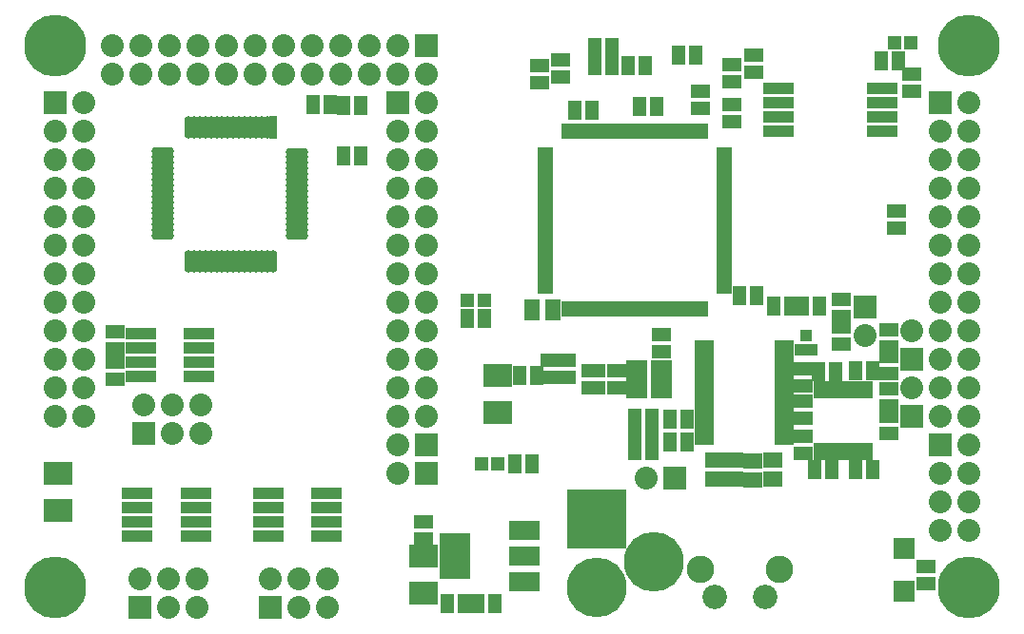
<source format=gts>
G04 (created by PCBNEW-RS274X (2011-07-20 BZR 3052)-testing) date Wed 05 Oct 2011 06:02:34 PM COT*
G01*
G70*
G90*
%MOIN*%
G04 Gerber Fmt 3.4, Leading zero omitted, Abs format*
%FSLAX34Y34*%
G04 APERTURE LIST*
%ADD10C,0.006000*%
%ADD11R,0.106600X0.043600*%
%ADD12C,0.216900*%
%ADD13R,0.108000X0.068000*%
%ADD14R,0.108000X0.162000*%
%ADD15R,0.075100X0.075100*%
%ADD16R,0.035700X0.059300*%
%ADD17R,0.055000X0.028000*%
%ADD18R,0.028000X0.055000*%
%ADD19R,0.045000X0.065000*%
%ADD20R,0.065000X0.045000*%
%ADD21R,0.080000X0.080000*%
%ADD22C,0.080000*%
%ADD23C,0.086000*%
%ADD24C,0.096000*%
%ADD25R,0.100000X0.080000*%
%ADD26R,0.055000X0.075000*%
%ADD27R,0.070000X0.036000*%
%ADD28R,0.039600X0.043600*%
%ADD29R,0.035700X0.051400*%
%ADD30C,0.209000*%
%ADD31R,0.209000X0.209000*%
%ADD32R,0.033800X0.055400*%
%ADD33R,0.075100X0.067200*%
%ADD34R,0.051400X0.051400*%
%ADD35R,0.029800X0.080000*%
%ADD36O,0.029800X0.080000*%
%ADD37O,0.080000X0.029800*%
G04 APERTURE END LIST*
G54D10*
G54D11*
X63461Y-37510D03*
X63461Y-37010D03*
X63461Y-36510D03*
X63461Y-36010D03*
X59839Y-36010D03*
X59839Y-36510D03*
X59839Y-37010D03*
X59839Y-37510D03*
X39540Y-46107D03*
X39540Y-45607D03*
X39540Y-45107D03*
X39540Y-44607D03*
X37494Y-44607D03*
X37494Y-45107D03*
X37494Y-45607D03*
X37494Y-46107D03*
X44008Y-51691D03*
X44008Y-51191D03*
X44008Y-50691D03*
X44008Y-50191D03*
X41962Y-50191D03*
X41962Y-50691D03*
X41962Y-51191D03*
X41962Y-51691D03*
X39418Y-51687D03*
X39418Y-51187D03*
X39418Y-50687D03*
X39418Y-50187D03*
X37372Y-50187D03*
X37372Y-50687D03*
X37372Y-51187D03*
X37372Y-51687D03*
G54D12*
X66500Y-53500D03*
X34500Y-34500D03*
X34500Y-53500D03*
X66500Y-34499D03*
G54D13*
X50941Y-53294D03*
X50941Y-52394D03*
X50941Y-51494D03*
G54D14*
X48501Y-52394D03*
G54D15*
X64221Y-52146D03*
X64221Y-53642D03*
G54D16*
X62966Y-46557D03*
X62716Y-46557D03*
X62466Y-46557D03*
X62216Y-46557D03*
X61966Y-46557D03*
X61716Y-46557D03*
X61466Y-46557D03*
X61216Y-46557D03*
X61216Y-48721D03*
X61466Y-48721D03*
X61716Y-48721D03*
X61966Y-48721D03*
X62216Y-48721D03*
X62466Y-48721D03*
X62716Y-48721D03*
X62966Y-48721D03*
G54D17*
X57919Y-43054D03*
G54D18*
X57228Y-37495D03*
G54D17*
X51669Y-38186D03*
G54D18*
X52360Y-43745D03*
G54D17*
X57919Y-42897D03*
G54D18*
X57071Y-37495D03*
G54D17*
X51669Y-38343D03*
G54D18*
X52517Y-43745D03*
G54D17*
X57919Y-42740D03*
G54D18*
X56914Y-37495D03*
G54D17*
X51669Y-38500D03*
G54D18*
X52674Y-43745D03*
G54D17*
X57919Y-42583D03*
G54D18*
X56757Y-37495D03*
G54D17*
X51669Y-38657D03*
G54D18*
X52831Y-43745D03*
G54D17*
X57919Y-42426D03*
G54D18*
X56600Y-37495D03*
G54D17*
X51669Y-38814D03*
G54D18*
X52988Y-43745D03*
G54D17*
X57919Y-42269D03*
G54D18*
X56443Y-37495D03*
G54D17*
X51669Y-38971D03*
G54D18*
X53145Y-43745D03*
G54D17*
X57919Y-42112D03*
G54D18*
X56286Y-37495D03*
G54D17*
X51669Y-39128D03*
G54D18*
X53302Y-43745D03*
G54D17*
X57919Y-41955D03*
G54D18*
X56129Y-37495D03*
G54D17*
X51669Y-39285D03*
G54D18*
X53459Y-43745D03*
G54D17*
X57919Y-41798D03*
G54D18*
X55972Y-37495D03*
G54D17*
X51669Y-39442D03*
G54D18*
X53616Y-43745D03*
G54D17*
X57919Y-41641D03*
G54D18*
X55815Y-37495D03*
G54D17*
X51669Y-39599D03*
G54D18*
X53773Y-43745D03*
G54D17*
X57919Y-41484D03*
G54D18*
X55658Y-37495D03*
G54D17*
X51669Y-39756D03*
G54D18*
X53930Y-43745D03*
G54D17*
X57919Y-41327D03*
G54D18*
X55501Y-37495D03*
G54D17*
X51669Y-39913D03*
G54D18*
X54087Y-43745D03*
G54D17*
X57919Y-41170D03*
G54D18*
X55344Y-37495D03*
G54D17*
X51669Y-40070D03*
G54D18*
X54244Y-43745D03*
G54D17*
X57919Y-41013D03*
G54D18*
X55187Y-37495D03*
G54D17*
X51669Y-40227D03*
G54D18*
X54401Y-43745D03*
G54D17*
X57919Y-40856D03*
G54D18*
X55030Y-37495D03*
G54D17*
X51669Y-40384D03*
G54D18*
X54558Y-43745D03*
G54D17*
X57919Y-40699D03*
G54D18*
X54873Y-37495D03*
G54D17*
X51669Y-40541D03*
G54D18*
X54715Y-43745D03*
G54D17*
X57919Y-40542D03*
G54D18*
X54716Y-37495D03*
G54D17*
X51669Y-40698D03*
G54D18*
X54872Y-43745D03*
G54D17*
X57919Y-40385D03*
G54D18*
X54559Y-37495D03*
G54D17*
X51669Y-40855D03*
G54D18*
X55029Y-43745D03*
G54D17*
X57919Y-40228D03*
G54D18*
X54402Y-37495D03*
G54D17*
X51669Y-41012D03*
G54D18*
X55186Y-43745D03*
G54D17*
X57919Y-40071D03*
G54D18*
X54245Y-37495D03*
G54D17*
X51669Y-41169D03*
G54D18*
X55343Y-43745D03*
G54D17*
X57919Y-39914D03*
G54D18*
X54088Y-37495D03*
G54D17*
X51669Y-41326D03*
G54D18*
X55500Y-43745D03*
G54D17*
X57919Y-39757D03*
G54D18*
X53931Y-37495D03*
G54D17*
X51669Y-41483D03*
G54D18*
X55657Y-43745D03*
G54D17*
X57919Y-39600D03*
G54D18*
X53774Y-37495D03*
G54D17*
X51669Y-41640D03*
G54D18*
X55814Y-43745D03*
G54D17*
X57919Y-39443D03*
G54D18*
X53617Y-37495D03*
G54D17*
X51669Y-41797D03*
G54D18*
X55971Y-43745D03*
G54D17*
X57919Y-39286D03*
G54D18*
X53460Y-37495D03*
G54D17*
X51669Y-41954D03*
G54D18*
X56128Y-43745D03*
G54D17*
X57919Y-39129D03*
G54D18*
X53303Y-37495D03*
G54D17*
X51669Y-42111D03*
G54D18*
X56285Y-43745D03*
G54D17*
X57919Y-38972D03*
G54D18*
X53146Y-37495D03*
G54D17*
X51669Y-42268D03*
G54D18*
X56442Y-43745D03*
G54D17*
X57919Y-38815D03*
G54D18*
X52989Y-37495D03*
G54D17*
X51669Y-42425D03*
G54D18*
X56599Y-43745D03*
G54D17*
X57919Y-38658D03*
G54D18*
X52832Y-37495D03*
G54D17*
X51669Y-42582D03*
G54D18*
X56756Y-43745D03*
G54D17*
X57919Y-38501D03*
G54D18*
X52675Y-37495D03*
G54D17*
X51669Y-42739D03*
G54D18*
X56913Y-43745D03*
G54D17*
X57919Y-38344D03*
G54D18*
X52518Y-37495D03*
G54D17*
X51669Y-42896D03*
G54D18*
X57070Y-43745D03*
G54D17*
X57919Y-38187D03*
G54D18*
X52361Y-37495D03*
G54D17*
X51669Y-43053D03*
G54D18*
X57227Y-43745D03*
G54D19*
X62515Y-45898D03*
X63115Y-45898D03*
X61836Y-45934D03*
X61236Y-45934D03*
X63143Y-49367D03*
X62543Y-49367D03*
X61678Y-49358D03*
X61078Y-49358D03*
X52692Y-36752D03*
X53292Y-36752D03*
G54D20*
X64508Y-35487D03*
X64508Y-36087D03*
G54D19*
X48913Y-44075D03*
X49513Y-44075D03*
X64040Y-35039D03*
X63440Y-35039D03*
G54D20*
X58209Y-37170D03*
X58209Y-36570D03*
G54D19*
X51211Y-49181D03*
X50611Y-49181D03*
X60269Y-43622D03*
X59669Y-43622D03*
G54D21*
X65500Y-36500D03*
G54D22*
X66500Y-36500D03*
X65500Y-37500D03*
X66500Y-37500D03*
X65500Y-38500D03*
X66500Y-38500D03*
X65500Y-39500D03*
X66500Y-39500D03*
X65500Y-40500D03*
X66500Y-40500D03*
X65500Y-41500D03*
X66500Y-41500D03*
X65500Y-42500D03*
X66500Y-42500D03*
X65500Y-43500D03*
X66500Y-43500D03*
X65500Y-44500D03*
X66500Y-44500D03*
X65500Y-45500D03*
X66500Y-45500D03*
X65500Y-46500D03*
X66500Y-46500D03*
X65500Y-47500D03*
X66500Y-47500D03*
G54D23*
X57607Y-53847D03*
X59377Y-53847D03*
G54D24*
X57107Y-52867D03*
X59867Y-52867D03*
G54D25*
X50000Y-46082D03*
X50000Y-47382D03*
G54D26*
X51938Y-43752D03*
X51188Y-43752D03*
G54D20*
X52185Y-35595D03*
X52185Y-34995D03*
X51476Y-35812D03*
X51476Y-35212D03*
G54D19*
X53981Y-34567D03*
X53381Y-34567D03*
X53981Y-35217D03*
X53381Y-35217D03*
X54562Y-35217D03*
X55162Y-35217D03*
X56334Y-34843D03*
X56934Y-34843D03*
G54D20*
X58209Y-35153D03*
X58209Y-35753D03*
X57087Y-36698D03*
X57087Y-36098D03*
G54D19*
X55576Y-36634D03*
X54976Y-36634D03*
G54D20*
X58965Y-35434D03*
X58965Y-34834D03*
X62025Y-44361D03*
X62025Y-44961D03*
X63705Y-46530D03*
X63705Y-47130D03*
X62025Y-43993D03*
X62025Y-43393D03*
X63957Y-40910D03*
X63957Y-40310D03*
X63704Y-45417D03*
X63704Y-46017D03*
G54D19*
X55410Y-48717D03*
X54810Y-48717D03*
X55410Y-48146D03*
X54810Y-48146D03*
X55410Y-47571D03*
X54810Y-47571D03*
G54D20*
X52409Y-45550D03*
X52409Y-46150D03*
G54D19*
X51363Y-46055D03*
X50763Y-46055D03*
G54D20*
X51835Y-46150D03*
X51835Y-45550D03*
X54165Y-45909D03*
X54165Y-46509D03*
X55740Y-44625D03*
X55740Y-45225D03*
G54D21*
X65500Y-48500D03*
G54D22*
X66500Y-48500D03*
X65500Y-49500D03*
X66500Y-49500D03*
X65500Y-50500D03*
X66500Y-50500D03*
X65500Y-51500D03*
X66500Y-51500D03*
G54D21*
X64500Y-47500D03*
G54D22*
X64500Y-46500D03*
G54D21*
X64500Y-45500D03*
G54D22*
X64500Y-44500D03*
G54D21*
X47500Y-48500D03*
G54D22*
X46500Y-48500D03*
G54D21*
X47500Y-49500D03*
G54D22*
X46500Y-49500D03*
G54D21*
X62851Y-43673D03*
G54D22*
X62851Y-44673D03*
G54D20*
X63704Y-44452D03*
X63704Y-45052D03*
G54D19*
X58476Y-43264D03*
X59076Y-43264D03*
G54D20*
X63709Y-48098D03*
X63709Y-47498D03*
G54D19*
X61265Y-43622D03*
X60665Y-43622D03*
G54D27*
X60022Y-48327D03*
X60022Y-48077D03*
X60022Y-47817D03*
X60022Y-47557D03*
X60022Y-47307D03*
X60022Y-47047D03*
X60022Y-46787D03*
X60022Y-46537D03*
X60022Y-46277D03*
X60022Y-46027D03*
X60022Y-45767D03*
X60022Y-45507D03*
X60022Y-45257D03*
X60022Y-44997D03*
X57222Y-44997D03*
X57222Y-45257D03*
X57222Y-45497D03*
X57222Y-45767D03*
X57222Y-46027D03*
X57222Y-46277D03*
X57222Y-46537D03*
X57222Y-46787D03*
X57222Y-47047D03*
X57222Y-47307D03*
X57222Y-47557D03*
X57222Y-47817D03*
X57222Y-48077D03*
X57222Y-48327D03*
G54D20*
X60693Y-48784D03*
X60693Y-48184D03*
X60697Y-46430D03*
X60697Y-45830D03*
X60697Y-46980D03*
X60697Y-47580D03*
G54D21*
X46500Y-36500D03*
G54D22*
X47500Y-36500D03*
X46500Y-37500D03*
X47500Y-37500D03*
X46500Y-38500D03*
X47500Y-38500D03*
X46500Y-39500D03*
X47500Y-39500D03*
X46500Y-40500D03*
X47500Y-40500D03*
X46500Y-41500D03*
X47500Y-41500D03*
X46500Y-42500D03*
X47500Y-42500D03*
X46500Y-43500D03*
X47500Y-43500D03*
X46500Y-44500D03*
X47500Y-44500D03*
X46500Y-45500D03*
X47500Y-45500D03*
X46500Y-46500D03*
X47500Y-46500D03*
X46500Y-47500D03*
X47500Y-47500D03*
G54D20*
X64997Y-53351D03*
X64997Y-52751D03*
G54D28*
X60603Y-45168D03*
X60995Y-45168D03*
X60799Y-44658D03*
G54D29*
X53605Y-45887D03*
X53350Y-45887D03*
X53095Y-45887D03*
X53095Y-46515D03*
X53350Y-46515D03*
X53605Y-46515D03*
G54D30*
X53449Y-53492D03*
G54D31*
X53449Y-51092D03*
G54D30*
X55449Y-52592D03*
G54D32*
X57413Y-49713D03*
X57413Y-49044D03*
X57748Y-49044D03*
X57748Y-49713D03*
X59472Y-49713D03*
X59472Y-49044D03*
X59807Y-49044D03*
X59807Y-49713D03*
X58764Y-49720D03*
X58764Y-49051D03*
X59099Y-49051D03*
X59099Y-49720D03*
X58083Y-49713D03*
X58083Y-49044D03*
X58418Y-49044D03*
X58418Y-49713D03*
G54D33*
X55740Y-45862D03*
X54874Y-45862D03*
X54874Y-46531D03*
X55740Y-46531D03*
G54D21*
X56193Y-49654D03*
G54D22*
X55193Y-49654D03*
G54D34*
X49415Y-49181D03*
X50005Y-49181D03*
X64468Y-34409D03*
X63878Y-34409D03*
X48937Y-43425D03*
X49527Y-43425D03*
G54D25*
X34605Y-49513D03*
X34605Y-50813D03*
G54D19*
X49895Y-54063D03*
X49295Y-54063D03*
X48229Y-54063D03*
X48829Y-54063D03*
X45180Y-36588D03*
X44580Y-36588D03*
X43530Y-36563D03*
X44130Y-36563D03*
X44605Y-38363D03*
X45205Y-38363D03*
G54D35*
X42115Y-37381D03*
G54D36*
X41918Y-37381D03*
X41721Y-37381D03*
X41524Y-37381D03*
X41327Y-37381D03*
X41131Y-37381D03*
X40934Y-37381D03*
X40737Y-37381D03*
X40540Y-37381D03*
X40343Y-37381D03*
X40146Y-37381D03*
X39950Y-37381D03*
X39753Y-37381D03*
X39556Y-37381D03*
X39359Y-37381D03*
X39162Y-37381D03*
G54D37*
X38264Y-38216D03*
X38264Y-38413D03*
X38264Y-38610D03*
X38264Y-38807D03*
X38264Y-39004D03*
X38264Y-39200D03*
X38264Y-39397D03*
X38264Y-39594D03*
X38264Y-39791D03*
X38264Y-39988D03*
X38264Y-40185D03*
X38264Y-40381D03*
X38264Y-40578D03*
X38264Y-40775D03*
X38264Y-40972D03*
X38264Y-41169D03*
G54D36*
X39162Y-42067D03*
X39359Y-42067D03*
X39556Y-42067D03*
X39753Y-42067D03*
X39950Y-42067D03*
X40146Y-42067D03*
X40343Y-42067D03*
X40540Y-42067D03*
X40737Y-42067D03*
X40934Y-42067D03*
X41131Y-42067D03*
X41327Y-42067D03*
X41524Y-42067D03*
X41721Y-42067D03*
X41918Y-42067D03*
X42115Y-42067D03*
G54D37*
X42950Y-41169D03*
X42950Y-40972D03*
X42950Y-40578D03*
X42957Y-40775D03*
X42950Y-40381D03*
X42950Y-40185D03*
X42950Y-39988D03*
X42950Y-39791D03*
X42950Y-39594D03*
X42950Y-39397D03*
X42950Y-39203D03*
X42950Y-39006D03*
X42950Y-38809D03*
X42950Y-38612D03*
X42950Y-38416D03*
X42950Y-38219D03*
G54D25*
X47398Y-52397D03*
X47398Y-53697D03*
G54D20*
X47394Y-51788D03*
X47394Y-51188D03*
G54D21*
X34500Y-36500D03*
G54D22*
X35500Y-36500D03*
X34500Y-37500D03*
X35500Y-37500D03*
X34500Y-38500D03*
X35500Y-38500D03*
X34500Y-39500D03*
X35500Y-39500D03*
X34500Y-40500D03*
X35500Y-40500D03*
X34500Y-41500D03*
X35500Y-41500D03*
X34500Y-42500D03*
X35500Y-42500D03*
X34500Y-43500D03*
X35500Y-43500D03*
X34500Y-44500D03*
X35500Y-44500D03*
X34500Y-45500D03*
X35500Y-45500D03*
X34500Y-46500D03*
X35500Y-46500D03*
X34500Y-47500D03*
X35500Y-47500D03*
G54D21*
X47500Y-34500D03*
G54D22*
X47500Y-35500D03*
X46500Y-34500D03*
X46500Y-35500D03*
X45500Y-34500D03*
X45500Y-35500D03*
X44500Y-34500D03*
X44500Y-35500D03*
X43500Y-34500D03*
X43500Y-35500D03*
X42500Y-34500D03*
X42500Y-35500D03*
X41500Y-34500D03*
X41500Y-35500D03*
X40500Y-34500D03*
X40500Y-35500D03*
X39500Y-34500D03*
X39500Y-35500D03*
X38500Y-34500D03*
X38500Y-35500D03*
X37500Y-34500D03*
X37500Y-35500D03*
X36500Y-34500D03*
X36500Y-35500D03*
G54D20*
X36605Y-45138D03*
X36605Y-44538D03*
X36605Y-45613D03*
X36605Y-46213D03*
G54D21*
X37600Y-48109D03*
G54D22*
X37600Y-47109D03*
X38600Y-48109D03*
X38600Y-47109D03*
X39600Y-48109D03*
X39600Y-47109D03*
G54D21*
X42017Y-54204D03*
G54D22*
X42017Y-53204D03*
X43017Y-54204D03*
X43017Y-53204D03*
X44017Y-54204D03*
X44017Y-53204D03*
G54D21*
X37458Y-54201D03*
G54D22*
X37458Y-53201D03*
X38458Y-54201D03*
X38458Y-53201D03*
X39458Y-54201D03*
X39458Y-53201D03*
G54D19*
X56620Y-48406D03*
X56020Y-48406D03*
X56612Y-47602D03*
X56012Y-47602D03*
M02*

</source>
